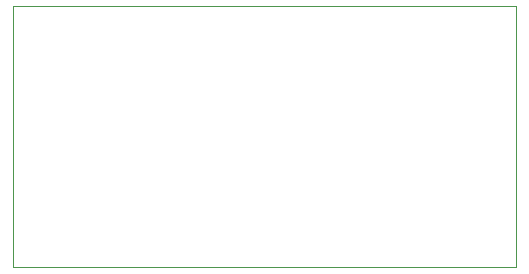
<source format=gbr>
%TF.GenerationSoftware,KiCad,Pcbnew,(5.1.9-0-10_14)*%
%TF.CreationDate,2021-04-20T21:20:53+01:00*%
%TF.ProjectId,pi-hat,70692d68-6174-42e6-9b69-6361645f7063,rev?*%
%TF.SameCoordinates,Original*%
%TF.FileFunction,Profile,NP*%
%FSLAX46Y46*%
G04 Gerber Fmt 4.6, Leading zero omitted, Abs format (unit mm)*
G04 Created by KiCad (PCBNEW (5.1.9-0-10_14)) date 2021-04-20 21:20:53*
%MOMM*%
%LPD*%
G01*
G04 APERTURE LIST*
%TA.AperFunction,Profile*%
%ADD10C,0.100000*%
%TD*%
G04 APERTURE END LIST*
D10*
X12674600Y-13589000D02*
X55219600Y-13589000D01*
X12674600Y-35636200D02*
X12674600Y-13589000D01*
X55219600Y-35636200D02*
X12674600Y-35636200D01*
X55219600Y-13589000D02*
X55219600Y-35636200D01*
M02*

</source>
